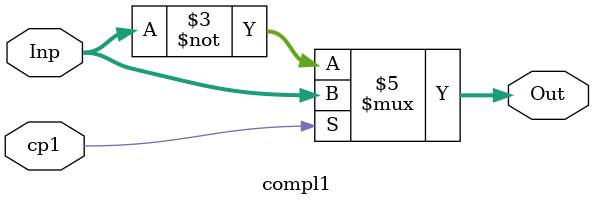
<source format=v>
module compl1 (output wire [3:0] Out, input wire [3:0] Inp, input wire cp1);

  always @(cp1, Inp) begin
    
    if (cp1 == 1'b0)
      Out = ~Inp;
    else
      Out = Inp;
      
  end

endmodule
</source>
